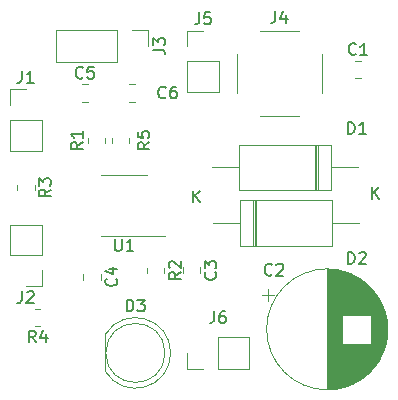
<source format=gbr>
%TF.GenerationSoftware,KiCad,Pcbnew,5.99.0-unknown-34fb55dc9c~93~ubuntu20.04.1*%
%TF.CreationDate,2020-12-20T23:19:58+03:00*%
%TF.ProjectId,uhf_detector,7568665f-6465-4746-9563-746f722e6b69,rev?*%
%TF.SameCoordinates,Original*%
%TF.FileFunction,Legend,Top*%
%TF.FilePolarity,Positive*%
%FSLAX46Y46*%
G04 Gerber Fmt 4.6, Leading zero omitted, Abs format (unit mm)*
G04 Created by KiCad (PCBNEW 5.99.0-unknown-34fb55dc9c~93~ubuntu20.04.1) date 2020-12-20 23:19:58*
%MOMM*%
%LPD*%
G01*
G04 APERTURE LIST*
%ADD10C,0.150000*%
%ADD11C,0.120000*%
G04 APERTURE END LIST*
D10*
%TO.C,R5*%
X34452380Y-45166666D02*
X33976190Y-45500000D01*
X34452380Y-45738095D02*
X33452380Y-45738095D01*
X33452380Y-45357142D01*
X33500000Y-45261904D01*
X33547619Y-45214285D01*
X33642857Y-45166666D01*
X33785714Y-45166666D01*
X33880952Y-45214285D01*
X33928571Y-45261904D01*
X33976190Y-45357142D01*
X33976190Y-45738095D01*
X33452380Y-44261904D02*
X33452380Y-44738095D01*
X33928571Y-44785714D01*
X33880952Y-44738095D01*
X33833333Y-44642857D01*
X33833333Y-44404761D01*
X33880952Y-44309523D01*
X33928571Y-44261904D01*
X34023809Y-44214285D01*
X34261904Y-44214285D01*
X34357142Y-44261904D01*
X34404761Y-44309523D01*
X34452380Y-44404761D01*
X34452380Y-44642857D01*
X34404761Y-44738095D01*
X34357142Y-44785714D01*
%TO.C,J6*%
X39936666Y-59452380D02*
X39936666Y-60166666D01*
X39889047Y-60309523D01*
X39793809Y-60404761D01*
X39650952Y-60452380D01*
X39555714Y-60452380D01*
X40841428Y-59452380D02*
X40650952Y-59452380D01*
X40555714Y-59500000D01*
X40508095Y-59547619D01*
X40412857Y-59690476D01*
X40365238Y-59880952D01*
X40365238Y-60261904D01*
X40412857Y-60357142D01*
X40460476Y-60404761D01*
X40555714Y-60452380D01*
X40746190Y-60452380D01*
X40841428Y-60404761D01*
X40889047Y-60357142D01*
X40936666Y-60261904D01*
X40936666Y-60023809D01*
X40889047Y-59928571D01*
X40841428Y-59880952D01*
X40746190Y-59833333D01*
X40555714Y-59833333D01*
X40460476Y-59880952D01*
X40412857Y-59928571D01*
X40365238Y-60023809D01*
%TO.C,C2*%
X44833333Y-56357142D02*
X44785714Y-56404761D01*
X44642857Y-56452380D01*
X44547619Y-56452380D01*
X44404761Y-56404761D01*
X44309523Y-56309523D01*
X44261904Y-56214285D01*
X44214285Y-56023809D01*
X44214285Y-55880952D01*
X44261904Y-55690476D01*
X44309523Y-55595238D01*
X44404761Y-55500000D01*
X44547619Y-55452380D01*
X44642857Y-55452380D01*
X44785714Y-55500000D01*
X44833333Y-55547619D01*
X45214285Y-55547619D02*
X45261904Y-55500000D01*
X45357142Y-55452380D01*
X45595238Y-55452380D01*
X45690476Y-55500000D01*
X45738095Y-55547619D01*
X45785714Y-55642857D01*
X45785714Y-55738095D01*
X45738095Y-55880952D01*
X45166666Y-56452380D01*
X45785714Y-56452380D01*
%TO.C,J5*%
X38666666Y-34172380D02*
X38666666Y-34886666D01*
X38619047Y-35029523D01*
X38523809Y-35124761D01*
X38380952Y-35172380D01*
X38285714Y-35172380D01*
X39619047Y-34172380D02*
X39142857Y-34172380D01*
X39095238Y-34648571D01*
X39142857Y-34600952D01*
X39238095Y-34553333D01*
X39476190Y-34553333D01*
X39571428Y-34600952D01*
X39619047Y-34648571D01*
X39666666Y-34743809D01*
X39666666Y-34981904D01*
X39619047Y-35077142D01*
X39571428Y-35124761D01*
X39476190Y-35172380D01*
X39238095Y-35172380D01*
X39142857Y-35124761D01*
X39095238Y-35077142D01*
%TO.C,U1*%
X31538095Y-53352380D02*
X31538095Y-54161904D01*
X31585714Y-54257142D01*
X31633333Y-54304761D01*
X31728571Y-54352380D01*
X31919047Y-54352380D01*
X32014285Y-54304761D01*
X32061904Y-54257142D01*
X32109523Y-54161904D01*
X32109523Y-53352380D01*
X33109523Y-54352380D02*
X32538095Y-54352380D01*
X32823809Y-54352380D02*
X32823809Y-53352380D01*
X32728571Y-53495238D01*
X32633333Y-53590476D01*
X32538095Y-53638095D01*
%TO.C,R4*%
X24833333Y-62102380D02*
X24500000Y-61626190D01*
X24261904Y-62102380D02*
X24261904Y-61102380D01*
X24642857Y-61102380D01*
X24738095Y-61150000D01*
X24785714Y-61197619D01*
X24833333Y-61292857D01*
X24833333Y-61435714D01*
X24785714Y-61530952D01*
X24738095Y-61578571D01*
X24642857Y-61626190D01*
X24261904Y-61626190D01*
X25690476Y-61435714D02*
X25690476Y-62102380D01*
X25452380Y-61054761D02*
X25214285Y-61769047D01*
X25833333Y-61769047D01*
%TO.C,R3*%
X26102380Y-49166666D02*
X25626190Y-49500000D01*
X26102380Y-49738095D02*
X25102380Y-49738095D01*
X25102380Y-49357142D01*
X25150000Y-49261904D01*
X25197619Y-49214285D01*
X25292857Y-49166666D01*
X25435714Y-49166666D01*
X25530952Y-49214285D01*
X25578571Y-49261904D01*
X25626190Y-49357142D01*
X25626190Y-49738095D01*
X25102380Y-48833333D02*
X25102380Y-48214285D01*
X25483333Y-48547619D01*
X25483333Y-48404761D01*
X25530952Y-48309523D01*
X25578571Y-48261904D01*
X25673809Y-48214285D01*
X25911904Y-48214285D01*
X26007142Y-48261904D01*
X26054761Y-48309523D01*
X26102380Y-48404761D01*
X26102380Y-48690476D01*
X26054761Y-48785714D01*
X26007142Y-48833333D01*
%TO.C,R2*%
X37102380Y-56166666D02*
X36626190Y-56500000D01*
X37102380Y-56738095D02*
X36102380Y-56738095D01*
X36102380Y-56357142D01*
X36150000Y-56261904D01*
X36197619Y-56214285D01*
X36292857Y-56166666D01*
X36435714Y-56166666D01*
X36530952Y-56214285D01*
X36578571Y-56261904D01*
X36626190Y-56357142D01*
X36626190Y-56738095D01*
X36197619Y-55785714D02*
X36150000Y-55738095D01*
X36102380Y-55642857D01*
X36102380Y-55404761D01*
X36150000Y-55309523D01*
X36197619Y-55261904D01*
X36292857Y-55214285D01*
X36388095Y-55214285D01*
X36530952Y-55261904D01*
X37102380Y-55833333D01*
X37102380Y-55214285D01*
%TO.C,R1*%
X28802380Y-45166666D02*
X28326190Y-45500000D01*
X28802380Y-45738095D02*
X27802380Y-45738095D01*
X27802380Y-45357142D01*
X27850000Y-45261904D01*
X27897619Y-45214285D01*
X27992857Y-45166666D01*
X28135714Y-45166666D01*
X28230952Y-45214285D01*
X28278571Y-45261904D01*
X28326190Y-45357142D01*
X28326190Y-45738095D01*
X28802380Y-44214285D02*
X28802380Y-44785714D01*
X28802380Y-44500000D02*
X27802380Y-44500000D01*
X27945238Y-44595238D01*
X28040476Y-44690476D01*
X28088095Y-44785714D01*
%TO.C,J4*%
X45126666Y-34062380D02*
X45126666Y-34776666D01*
X45079047Y-34919523D01*
X44983809Y-35014761D01*
X44840952Y-35062380D01*
X44745714Y-35062380D01*
X46031428Y-34395714D02*
X46031428Y-35062380D01*
X45793333Y-34014761D02*
X45555238Y-34729047D01*
X46174285Y-34729047D01*
%TO.C,J3*%
X34782380Y-37333333D02*
X35496666Y-37333333D01*
X35639523Y-37380952D01*
X35734761Y-37476190D01*
X35782380Y-37619047D01*
X35782380Y-37714285D01*
X34782380Y-36952380D02*
X34782380Y-36333333D01*
X35163333Y-36666666D01*
X35163333Y-36523809D01*
X35210952Y-36428571D01*
X35258571Y-36380952D01*
X35353809Y-36333333D01*
X35591904Y-36333333D01*
X35687142Y-36380952D01*
X35734761Y-36428571D01*
X35782380Y-36523809D01*
X35782380Y-36809523D01*
X35734761Y-36904761D01*
X35687142Y-36952380D01*
%TO.C,J2*%
X23666666Y-57782380D02*
X23666666Y-58496666D01*
X23619047Y-58639523D01*
X23523809Y-58734761D01*
X23380952Y-58782380D01*
X23285714Y-58782380D01*
X24095238Y-57877619D02*
X24142857Y-57830000D01*
X24238095Y-57782380D01*
X24476190Y-57782380D01*
X24571428Y-57830000D01*
X24619047Y-57877619D01*
X24666666Y-57972857D01*
X24666666Y-58068095D01*
X24619047Y-58210952D01*
X24047619Y-58782380D01*
X24666666Y-58782380D01*
%TO.C,J1*%
X23666666Y-39122380D02*
X23666666Y-39836666D01*
X23619047Y-39979523D01*
X23523809Y-40074761D01*
X23380952Y-40122380D01*
X23285714Y-40122380D01*
X24666666Y-40122380D02*
X24095238Y-40122380D01*
X24380952Y-40122380D02*
X24380952Y-39122380D01*
X24285714Y-39265238D01*
X24190476Y-39360476D01*
X24095238Y-39408095D01*
%TO.C,D3*%
X32531904Y-59492380D02*
X32531904Y-58492380D01*
X32770000Y-58492380D01*
X32912857Y-58540000D01*
X33008095Y-58635238D01*
X33055714Y-58730476D01*
X33103333Y-58920952D01*
X33103333Y-59063809D01*
X33055714Y-59254285D01*
X33008095Y-59349523D01*
X32912857Y-59444761D01*
X32770000Y-59492380D01*
X32531904Y-59492380D01*
X33436666Y-58492380D02*
X34055714Y-58492380D01*
X33722380Y-58873333D01*
X33865238Y-58873333D01*
X33960476Y-58920952D01*
X34008095Y-58968571D01*
X34055714Y-59063809D01*
X34055714Y-59301904D01*
X34008095Y-59397142D01*
X33960476Y-59444761D01*
X33865238Y-59492380D01*
X33579523Y-59492380D01*
X33484285Y-59444761D01*
X33436666Y-59397142D01*
%TO.C,D2*%
X51261904Y-55452380D02*
X51261904Y-54452380D01*
X51500000Y-54452380D01*
X51642857Y-54500000D01*
X51738095Y-54595238D01*
X51785714Y-54690476D01*
X51833333Y-54880952D01*
X51833333Y-55023809D01*
X51785714Y-55214285D01*
X51738095Y-55309523D01*
X51642857Y-55404761D01*
X51500000Y-55452380D01*
X51261904Y-55452380D01*
X52214285Y-54547619D02*
X52261904Y-54500000D01*
X52357142Y-54452380D01*
X52595238Y-54452380D01*
X52690476Y-54500000D01*
X52738095Y-54547619D01*
X52785714Y-54642857D01*
X52785714Y-54738095D01*
X52738095Y-54880952D01*
X52166666Y-55452380D01*
X52785714Y-55452380D01*
X38138095Y-50252380D02*
X38138095Y-49252380D01*
X38709523Y-50252380D02*
X38280952Y-49680952D01*
X38709523Y-49252380D02*
X38138095Y-49823809D01*
%TO.C,D1*%
X51261904Y-44452380D02*
X51261904Y-43452380D01*
X51500000Y-43452380D01*
X51642857Y-43500000D01*
X51738095Y-43595238D01*
X51785714Y-43690476D01*
X51833333Y-43880952D01*
X51833333Y-44023809D01*
X51785714Y-44214285D01*
X51738095Y-44309523D01*
X51642857Y-44404761D01*
X51500000Y-44452380D01*
X51261904Y-44452380D01*
X52785714Y-44452380D02*
X52214285Y-44452380D01*
X52500000Y-44452380D02*
X52500000Y-43452380D01*
X52404761Y-43595238D01*
X52309523Y-43690476D01*
X52214285Y-43738095D01*
X53288095Y-49952380D02*
X53288095Y-48952380D01*
X53859523Y-49952380D02*
X53430952Y-49380952D01*
X53859523Y-48952380D02*
X53288095Y-49523809D01*
%TO.C,C6*%
X35833333Y-41357142D02*
X35785714Y-41404761D01*
X35642857Y-41452380D01*
X35547619Y-41452380D01*
X35404761Y-41404761D01*
X35309523Y-41309523D01*
X35261904Y-41214285D01*
X35214285Y-41023809D01*
X35214285Y-40880952D01*
X35261904Y-40690476D01*
X35309523Y-40595238D01*
X35404761Y-40500000D01*
X35547619Y-40452380D01*
X35642857Y-40452380D01*
X35785714Y-40500000D01*
X35833333Y-40547619D01*
X36690476Y-40452380D02*
X36500000Y-40452380D01*
X36404761Y-40500000D01*
X36357142Y-40547619D01*
X36261904Y-40690476D01*
X36214285Y-40880952D01*
X36214285Y-41261904D01*
X36261904Y-41357142D01*
X36309523Y-41404761D01*
X36404761Y-41452380D01*
X36595238Y-41452380D01*
X36690476Y-41404761D01*
X36738095Y-41357142D01*
X36785714Y-41261904D01*
X36785714Y-41023809D01*
X36738095Y-40928571D01*
X36690476Y-40880952D01*
X36595238Y-40833333D01*
X36404761Y-40833333D01*
X36309523Y-40880952D01*
X36261904Y-40928571D01*
X36214285Y-41023809D01*
%TO.C,C5*%
X28833333Y-39677142D02*
X28785714Y-39724761D01*
X28642857Y-39772380D01*
X28547619Y-39772380D01*
X28404761Y-39724761D01*
X28309523Y-39629523D01*
X28261904Y-39534285D01*
X28214285Y-39343809D01*
X28214285Y-39200952D01*
X28261904Y-39010476D01*
X28309523Y-38915238D01*
X28404761Y-38820000D01*
X28547619Y-38772380D01*
X28642857Y-38772380D01*
X28785714Y-38820000D01*
X28833333Y-38867619D01*
X29738095Y-38772380D02*
X29261904Y-38772380D01*
X29214285Y-39248571D01*
X29261904Y-39200952D01*
X29357142Y-39153333D01*
X29595238Y-39153333D01*
X29690476Y-39200952D01*
X29738095Y-39248571D01*
X29785714Y-39343809D01*
X29785714Y-39581904D01*
X29738095Y-39677142D01*
X29690476Y-39724761D01*
X29595238Y-39772380D01*
X29357142Y-39772380D01*
X29261904Y-39724761D01*
X29214285Y-39677142D01*
%TO.C,C4*%
X31637142Y-56716666D02*
X31684761Y-56764285D01*
X31732380Y-56907142D01*
X31732380Y-57002380D01*
X31684761Y-57145238D01*
X31589523Y-57240476D01*
X31494285Y-57288095D01*
X31303809Y-57335714D01*
X31160952Y-57335714D01*
X30970476Y-57288095D01*
X30875238Y-57240476D01*
X30780000Y-57145238D01*
X30732380Y-57002380D01*
X30732380Y-56907142D01*
X30780000Y-56764285D01*
X30827619Y-56716666D01*
X31065714Y-55859523D02*
X31732380Y-55859523D01*
X30684761Y-56097619D02*
X31399047Y-56335714D01*
X31399047Y-55716666D01*
%TO.C,C3*%
X40037142Y-56166666D02*
X40084761Y-56214285D01*
X40132380Y-56357142D01*
X40132380Y-56452380D01*
X40084761Y-56595238D01*
X39989523Y-56690476D01*
X39894285Y-56738095D01*
X39703809Y-56785714D01*
X39560952Y-56785714D01*
X39370476Y-56738095D01*
X39275238Y-56690476D01*
X39180000Y-56595238D01*
X39132380Y-56452380D01*
X39132380Y-56357142D01*
X39180000Y-56214285D01*
X39227619Y-56166666D01*
X39132380Y-55833333D02*
X39132380Y-55214285D01*
X39513333Y-55547619D01*
X39513333Y-55404761D01*
X39560952Y-55309523D01*
X39608571Y-55261904D01*
X39703809Y-55214285D01*
X39941904Y-55214285D01*
X40037142Y-55261904D01*
X40084761Y-55309523D01*
X40132380Y-55404761D01*
X40132380Y-55690476D01*
X40084761Y-55785714D01*
X40037142Y-55833333D01*
%TO.C,C1*%
X51933333Y-37677142D02*
X51885714Y-37724761D01*
X51742857Y-37772380D01*
X51647619Y-37772380D01*
X51504761Y-37724761D01*
X51409523Y-37629523D01*
X51361904Y-37534285D01*
X51314285Y-37343809D01*
X51314285Y-37200952D01*
X51361904Y-37010476D01*
X51409523Y-36915238D01*
X51504761Y-36820000D01*
X51647619Y-36772380D01*
X51742857Y-36772380D01*
X51885714Y-36820000D01*
X51933333Y-36867619D01*
X52885714Y-37772380D02*
X52314285Y-37772380D01*
X52600000Y-37772380D02*
X52600000Y-36772380D01*
X52504761Y-36915238D01*
X52409523Y-37010476D01*
X52314285Y-37058095D01*
D11*
%TO.C,R5*%
X31265000Y-44772936D02*
X31265000Y-45227064D01*
X32735000Y-44772936D02*
X32735000Y-45227064D01*
%TO.C,J6*%
X37670000Y-64330000D02*
X37670000Y-63000000D01*
X39000000Y-64330000D02*
X37670000Y-64330000D01*
X40270000Y-64330000D02*
X40270000Y-61670000D01*
X40270000Y-61670000D02*
X42870000Y-61670000D01*
X40270000Y-64330000D02*
X42870000Y-64330000D01*
X42870000Y-64330000D02*
X42870000Y-61670000D01*
%TO.C,C2*%
X44520354Y-57625000D02*
X44520354Y-58625000D01*
X44020354Y-58125000D02*
X45020354Y-58125000D01*
X54581000Y-60401000D02*
X54581000Y-61599000D01*
X54541000Y-60138000D02*
X54541000Y-61862000D01*
X54501000Y-59938000D02*
X54501000Y-62062000D01*
X54461000Y-59770000D02*
X54461000Y-62230000D01*
X54421000Y-59622000D02*
X54421000Y-62378000D01*
X54381000Y-59490000D02*
X54381000Y-62510000D01*
X54341000Y-59370000D02*
X54341000Y-62630000D01*
X54301000Y-59258000D02*
X54301000Y-62742000D01*
X54261000Y-59154000D02*
X54261000Y-62846000D01*
X54221000Y-59056000D02*
X54221000Y-62944000D01*
X54181000Y-58963000D02*
X54181000Y-63037000D01*
X54141000Y-58875000D02*
X54141000Y-63125000D01*
X54101000Y-58791000D02*
X54101000Y-63209000D01*
X54061000Y-58711000D02*
X54061000Y-63289000D01*
X54021000Y-58635000D02*
X54021000Y-63365000D01*
X53981000Y-58561000D02*
X53981000Y-63439000D01*
X53941000Y-58490000D02*
X53941000Y-63510000D01*
X53901000Y-58421000D02*
X53901000Y-63579000D01*
X53861000Y-58355000D02*
X53861000Y-63645000D01*
X53821000Y-58291000D02*
X53821000Y-63709000D01*
X53781000Y-58230000D02*
X53781000Y-63770000D01*
X53741000Y-58170000D02*
X53741000Y-63830000D01*
X53701000Y-58111000D02*
X53701000Y-63889000D01*
X53661000Y-58055000D02*
X53661000Y-63945000D01*
X53621000Y-58000000D02*
X53621000Y-64000000D01*
X53581000Y-57946000D02*
X53581000Y-64054000D01*
X53541000Y-57894000D02*
X53541000Y-64106000D01*
X53501000Y-57844000D02*
X53501000Y-64156000D01*
X53461000Y-57794000D02*
X53461000Y-64206000D01*
X53421000Y-57746000D02*
X53421000Y-64254000D01*
X53381000Y-57699000D02*
X53381000Y-64301000D01*
X53341000Y-57653000D02*
X53341000Y-64347000D01*
X53301000Y-57608000D02*
X53301000Y-64392000D01*
X53261000Y-57564000D02*
X53261000Y-64436000D01*
X53221000Y-62241000D02*
X53221000Y-64478000D01*
X53221000Y-57522000D02*
X53221000Y-59759000D01*
X53181000Y-62241000D02*
X53181000Y-64520000D01*
X53181000Y-57480000D02*
X53181000Y-59759000D01*
X53141000Y-62241000D02*
X53141000Y-64561000D01*
X53141000Y-57439000D02*
X53141000Y-59759000D01*
X53101000Y-62241000D02*
X53101000Y-64601000D01*
X53101000Y-57399000D02*
X53101000Y-59759000D01*
X53061000Y-62241000D02*
X53061000Y-64640000D01*
X53061000Y-57360000D02*
X53061000Y-59759000D01*
X53021000Y-62241000D02*
X53021000Y-64679000D01*
X53021000Y-57321000D02*
X53021000Y-59759000D01*
X52981000Y-62241000D02*
X52981000Y-64716000D01*
X52981000Y-57284000D02*
X52981000Y-59759000D01*
X52941000Y-62241000D02*
X52941000Y-64753000D01*
X52941000Y-57247000D02*
X52941000Y-59759000D01*
X52901000Y-62241000D02*
X52901000Y-64789000D01*
X52901000Y-57211000D02*
X52901000Y-59759000D01*
X52861000Y-62241000D02*
X52861000Y-64824000D01*
X52861000Y-57176000D02*
X52861000Y-59759000D01*
X52821000Y-62241000D02*
X52821000Y-64858000D01*
X52821000Y-57142000D02*
X52821000Y-59759000D01*
X52781000Y-62241000D02*
X52781000Y-64892000D01*
X52781000Y-57108000D02*
X52781000Y-59759000D01*
X52741000Y-62241000D02*
X52741000Y-64925000D01*
X52741000Y-57075000D02*
X52741000Y-59759000D01*
X52701000Y-62241000D02*
X52701000Y-64957000D01*
X52701000Y-57043000D02*
X52701000Y-59759000D01*
X52661000Y-62241000D02*
X52661000Y-64989000D01*
X52661000Y-57011000D02*
X52661000Y-59759000D01*
X52621000Y-62241000D02*
X52621000Y-65020000D01*
X52621000Y-56980000D02*
X52621000Y-59759000D01*
X52581000Y-62241000D02*
X52581000Y-65050000D01*
X52581000Y-56950000D02*
X52581000Y-59759000D01*
X52541000Y-62241000D02*
X52541000Y-65080000D01*
X52541000Y-56920000D02*
X52541000Y-59759000D01*
X52501000Y-62241000D02*
X52501000Y-65110000D01*
X52501000Y-56890000D02*
X52501000Y-59759000D01*
X52461000Y-62241000D02*
X52461000Y-65138000D01*
X52461000Y-56862000D02*
X52461000Y-59759000D01*
X52421000Y-62241000D02*
X52421000Y-65166000D01*
X52421000Y-56834000D02*
X52421000Y-59759000D01*
X52381000Y-62241000D02*
X52381000Y-65194000D01*
X52381000Y-56806000D02*
X52381000Y-59759000D01*
X52341000Y-62241000D02*
X52341000Y-65221000D01*
X52341000Y-56779000D02*
X52341000Y-59759000D01*
X52301000Y-62241000D02*
X52301000Y-65247000D01*
X52301000Y-56753000D02*
X52301000Y-59759000D01*
X52261000Y-62241000D02*
X52261000Y-65273000D01*
X52261000Y-56727000D02*
X52261000Y-59759000D01*
X52221000Y-62241000D02*
X52221000Y-65298000D01*
X52221000Y-56702000D02*
X52221000Y-59759000D01*
X52181000Y-62241000D02*
X52181000Y-65323000D01*
X52181000Y-56677000D02*
X52181000Y-59759000D01*
X52141000Y-62241000D02*
X52141000Y-65347000D01*
X52141000Y-56653000D02*
X52141000Y-59759000D01*
X52101000Y-62241000D02*
X52101000Y-65371000D01*
X52101000Y-56629000D02*
X52101000Y-59759000D01*
X52061000Y-62241000D02*
X52061000Y-65395000D01*
X52061000Y-56605000D02*
X52061000Y-59759000D01*
X52021000Y-62241000D02*
X52021000Y-65417000D01*
X52021000Y-56583000D02*
X52021000Y-59759000D01*
X51981000Y-62241000D02*
X51981000Y-65440000D01*
X51981000Y-56560000D02*
X51981000Y-59759000D01*
X51941000Y-62241000D02*
X51941000Y-65462000D01*
X51941000Y-56538000D02*
X51941000Y-59759000D01*
X51901000Y-62241000D02*
X51901000Y-65483000D01*
X51901000Y-56517000D02*
X51901000Y-59759000D01*
X51861000Y-62241000D02*
X51861000Y-65504000D01*
X51861000Y-56496000D02*
X51861000Y-59759000D01*
X51821000Y-62241000D02*
X51821000Y-65525000D01*
X51821000Y-56475000D02*
X51821000Y-59759000D01*
X51781000Y-62241000D02*
X51781000Y-65545000D01*
X51781000Y-56455000D02*
X51781000Y-59759000D01*
X51741000Y-62241000D02*
X51741000Y-65564000D01*
X51741000Y-56436000D02*
X51741000Y-59759000D01*
X51701000Y-62241000D02*
X51701000Y-65584000D01*
X51701000Y-56416000D02*
X51701000Y-59759000D01*
X51661000Y-62241000D02*
X51661000Y-65603000D01*
X51661000Y-56397000D02*
X51661000Y-59759000D01*
X51621000Y-62241000D02*
X51621000Y-65621000D01*
X51621000Y-56379000D02*
X51621000Y-59759000D01*
X51581000Y-62241000D02*
X51581000Y-65639000D01*
X51581000Y-56361000D02*
X51581000Y-59759000D01*
X51541000Y-62241000D02*
X51541000Y-65657000D01*
X51541000Y-56343000D02*
X51541000Y-59759000D01*
X51501000Y-62241000D02*
X51501000Y-65674000D01*
X51501000Y-56326000D02*
X51501000Y-59759000D01*
X51461000Y-62241000D02*
X51461000Y-65690000D01*
X51461000Y-56310000D02*
X51461000Y-59759000D01*
X51421000Y-62241000D02*
X51421000Y-65707000D01*
X51421000Y-56293000D02*
X51421000Y-59759000D01*
X51381000Y-62241000D02*
X51381000Y-65723000D01*
X51381000Y-56277000D02*
X51381000Y-59759000D01*
X51341000Y-62241000D02*
X51341000Y-65738000D01*
X51341000Y-56262000D02*
X51341000Y-59759000D01*
X51301000Y-62241000D02*
X51301000Y-65754000D01*
X51301000Y-56246000D02*
X51301000Y-59759000D01*
X51261000Y-62241000D02*
X51261000Y-65768000D01*
X51261000Y-56232000D02*
X51261000Y-59759000D01*
X51221000Y-62241000D02*
X51221000Y-65783000D01*
X51221000Y-56217000D02*
X51221000Y-59759000D01*
X51181000Y-62241000D02*
X51181000Y-65797000D01*
X51181000Y-56203000D02*
X51181000Y-59759000D01*
X51141000Y-62241000D02*
X51141000Y-65811000D01*
X51141000Y-56189000D02*
X51141000Y-59759000D01*
X51101000Y-62241000D02*
X51101000Y-65824000D01*
X51101000Y-56176000D02*
X51101000Y-59759000D01*
X51061000Y-62241000D02*
X51061000Y-65837000D01*
X51061000Y-56163000D02*
X51061000Y-59759000D01*
X51021000Y-62241000D02*
X51021000Y-65850000D01*
X51021000Y-56150000D02*
X51021000Y-59759000D01*
X50981000Y-62241000D02*
X50981000Y-65862000D01*
X50981000Y-56138000D02*
X50981000Y-59759000D01*
X50941000Y-62241000D02*
X50941000Y-65874000D01*
X50941000Y-56126000D02*
X50941000Y-59759000D01*
X50901000Y-62241000D02*
X50901000Y-65885000D01*
X50901000Y-56115000D02*
X50901000Y-59759000D01*
X50861000Y-62241000D02*
X50861000Y-65897000D01*
X50861000Y-56103000D02*
X50861000Y-59759000D01*
X50821000Y-62241000D02*
X50821000Y-65907000D01*
X50821000Y-56093000D02*
X50821000Y-59759000D01*
X50781000Y-62241000D02*
X50781000Y-65918000D01*
X50781000Y-56082000D02*
X50781000Y-59759000D01*
X50741000Y-56072000D02*
X50741000Y-65928000D01*
X50701000Y-56062000D02*
X50701000Y-65938000D01*
X50661000Y-56053000D02*
X50661000Y-65947000D01*
X50621000Y-56044000D02*
X50621000Y-65956000D01*
X50581000Y-56035000D02*
X50581000Y-65965000D01*
X50541000Y-56026000D02*
X50541000Y-65974000D01*
X50501000Y-56018000D02*
X50501000Y-65982000D01*
X50461000Y-56010000D02*
X50461000Y-65990000D01*
X50421000Y-56003000D02*
X50421000Y-65997000D01*
X50381000Y-55996000D02*
X50381000Y-66004000D01*
X50341000Y-55989000D02*
X50341000Y-66011000D01*
X50301000Y-55982000D02*
X50301000Y-66018000D01*
X50261000Y-55976000D02*
X50261000Y-66024000D01*
X50221000Y-55970000D02*
X50221000Y-66030000D01*
X50180000Y-55965000D02*
X50180000Y-66035000D01*
X50140000Y-55960000D02*
X50140000Y-66040000D01*
X50100000Y-55955000D02*
X50100000Y-66045000D01*
X50060000Y-55950000D02*
X50060000Y-66050000D01*
X50020000Y-55946000D02*
X50020000Y-66054000D01*
X49980000Y-55942000D02*
X49980000Y-66058000D01*
X49940000Y-55938000D02*
X49940000Y-66062000D01*
X49900000Y-55935000D02*
X49900000Y-66065000D01*
X49860000Y-55932000D02*
X49860000Y-66068000D01*
X49820000Y-55930000D02*
X49820000Y-66070000D01*
X49780000Y-55927000D02*
X49780000Y-66073000D01*
X49740000Y-55925000D02*
X49740000Y-66075000D01*
X49700000Y-55923000D02*
X49700000Y-66077000D01*
X49660000Y-55922000D02*
X49660000Y-66078000D01*
X49620000Y-55921000D02*
X49620000Y-66079000D01*
X49580000Y-55920000D02*
X49580000Y-66080000D01*
X49540000Y-55920000D02*
X49540000Y-66080000D01*
X49500000Y-55920000D02*
X49500000Y-66080000D01*
X54620000Y-61000000D02*
G75*
G03*
X54620000Y-61000000I-5120000J0D01*
G01*
%TO.C,J5*%
X37670000Y-35720000D02*
X39000000Y-35720000D01*
X37670000Y-37050000D02*
X37670000Y-35720000D01*
X37670000Y-38320000D02*
X40330000Y-38320000D01*
X40330000Y-38320000D02*
X40330000Y-40920000D01*
X37670000Y-38320000D02*
X37670000Y-40920000D01*
X37670000Y-40920000D02*
X40330000Y-40920000D01*
%TO.C,U1*%
X32300000Y-53060000D02*
X35750000Y-53060000D01*
X32300000Y-53060000D02*
X30350000Y-53060000D01*
X32300000Y-47940000D02*
X34250000Y-47940000D01*
X32300000Y-47940000D02*
X30350000Y-47940000D01*
%TO.C,R4*%
X25227064Y-59265000D02*
X24772936Y-59265000D01*
X25227064Y-60735000D02*
X24772936Y-60735000D01*
%TO.C,R3*%
X23265000Y-48772936D02*
X23265000Y-49227064D01*
X24735000Y-48772936D02*
X24735000Y-49227064D01*
%TO.C,R2*%
X34265000Y-55772936D02*
X34265000Y-56227064D01*
X35735000Y-55772936D02*
X35735000Y-56227064D01*
%TO.C,R1*%
X30735000Y-45227064D02*
X30735000Y-44772936D01*
X29265000Y-45227064D02*
X29265000Y-44772936D01*
%TO.C,J4*%
X43800000Y-35750000D02*
X47120000Y-35750000D01*
X43800000Y-42970000D02*
X47120000Y-42970000D01*
X49070000Y-37700000D02*
X49070000Y-41020000D01*
X41850000Y-37700000D02*
X41850000Y-41020000D01*
%TO.C,J3*%
X34330000Y-35670000D02*
X34330000Y-37000000D01*
X33000000Y-35670000D02*
X34330000Y-35670000D01*
X31730000Y-35670000D02*
X31730000Y-38330000D01*
X31730000Y-38330000D02*
X26590000Y-38330000D01*
X31730000Y-35670000D02*
X26590000Y-35670000D01*
X26590000Y-35670000D02*
X26590000Y-38330000D01*
%TO.C,J2*%
X25330000Y-57330000D02*
X24000000Y-57330000D01*
X25330000Y-56000000D02*
X25330000Y-57330000D01*
X25330000Y-54730000D02*
X22670000Y-54730000D01*
X22670000Y-54730000D02*
X22670000Y-52130000D01*
X25330000Y-54730000D02*
X25330000Y-52130000D01*
X25330000Y-52130000D02*
X22670000Y-52130000D01*
%TO.C,J1*%
X22670000Y-40670000D02*
X24000000Y-40670000D01*
X22670000Y-42000000D02*
X22670000Y-40670000D01*
X22670000Y-43270000D02*
X25330000Y-43270000D01*
X25330000Y-43270000D02*
X25330000Y-45870000D01*
X22670000Y-43270000D02*
X22670000Y-45870000D01*
X22670000Y-45870000D02*
X25330000Y-45870000D01*
%TO.C,D3*%
X30710000Y-61455000D02*
X30710000Y-64545000D01*
X35770000Y-63000000D02*
G75*
G03*
X35770000Y-63000000I-2500000J0D01*
G01*
X36260000Y-62999538D02*
G75*
G02*
X30710000Y-64544830I-2990000J-462D01*
G01*
X36260000Y-63000462D02*
G75*
G03*
X30710000Y-61455170I-2990000J462D01*
G01*
%TO.C,D2*%
X43240000Y-50080000D02*
X43240000Y-53920000D01*
X43480000Y-50080000D02*
X43480000Y-53920000D01*
X43360000Y-50080000D02*
X43360000Y-53920000D01*
X52200000Y-52000000D02*
X49940000Y-52000000D01*
X39840000Y-52000000D02*
X42100000Y-52000000D01*
X49940000Y-50080000D02*
X42100000Y-50080000D01*
X49940000Y-53920000D02*
X49940000Y-50080000D01*
X42100000Y-53920000D02*
X49940000Y-53920000D01*
X42100000Y-50080000D02*
X42100000Y-53920000D01*
%TO.C,D1*%
X48710000Y-49220000D02*
X48710000Y-45380000D01*
X48470000Y-49220000D02*
X48470000Y-45380000D01*
X48590000Y-49220000D02*
X48590000Y-45380000D01*
X39750000Y-47300000D02*
X42010000Y-47300000D01*
X52110000Y-47300000D02*
X49850000Y-47300000D01*
X42010000Y-49220000D02*
X49850000Y-49220000D01*
X42010000Y-45380000D02*
X42010000Y-49220000D01*
X49850000Y-45380000D02*
X42010000Y-45380000D01*
X49850000Y-49220000D02*
X49850000Y-45380000D01*
%TO.C,C6*%
X33261252Y-40265000D02*
X32738748Y-40265000D01*
X33261252Y-41735000D02*
X32738748Y-41735000D01*
%TO.C,C5*%
X28738748Y-41735000D02*
X29261252Y-41735000D01*
X28738748Y-40265000D02*
X29261252Y-40265000D01*
%TO.C,C4*%
X28865000Y-56288748D02*
X28865000Y-56811252D01*
X30335000Y-56288748D02*
X30335000Y-56811252D01*
%TO.C,C3*%
X37265000Y-55738748D02*
X37265000Y-56261252D01*
X38735000Y-55738748D02*
X38735000Y-56261252D01*
%TO.C,C1*%
X51838748Y-39735000D02*
X52361252Y-39735000D01*
X51838748Y-38265000D02*
X52361252Y-38265000D01*
%TD*%
M02*

</source>
